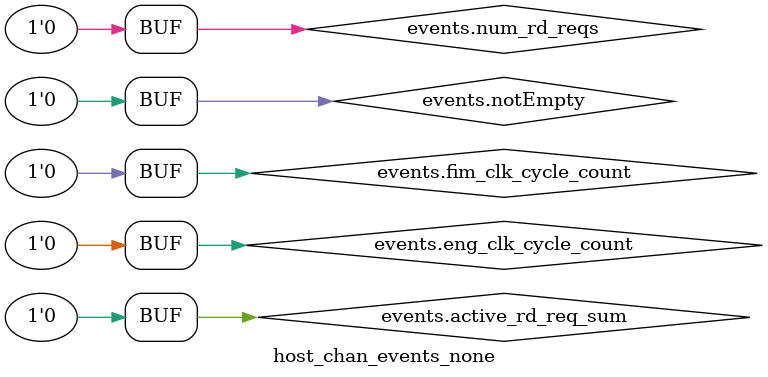
<source format=sv>


module host_chan_events_none
   (
    host_chan_events_if.monitor events
    );

    assign events.notEmpty = 1'b0;
    assign events.eng_clk_cycle_count = '0;
    assign events.fim_clk_cycle_count = '0;
    assign events.num_rd_reqs = '0;
    assign events.active_rd_req_sum = '0;

endmodule // host_chan_events_none

</source>
